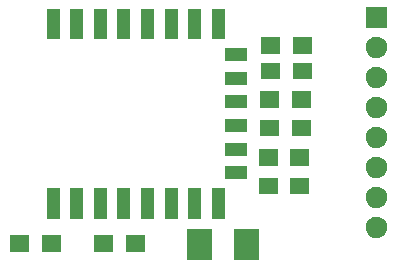
<source format=gbr>
G04 #@! TF.GenerationSoftware,KiCad,Pcbnew,(5.1.6)-1*
G04 #@! TF.CreationDate,2020-06-28T11:06:12-07:00*
G04 #@! TF.ProjectId,OGA_wifi,4f47415f-7769-4666-992e-6b696361645f,rev?*
G04 #@! TF.SameCoordinates,Original*
G04 #@! TF.FileFunction,Soldermask,Top*
G04 #@! TF.FilePolarity,Negative*
%FSLAX46Y46*%
G04 Gerber Fmt 4.6, Leading zero omitted, Abs format (unit mm)*
G04 Created by KiCad (PCBNEW (5.1.6)-1) date 2020-06-28 11:06:12*
%MOMM*%
%LPD*%
G01*
G04 APERTURE LIST*
%ADD10C,0.100000*%
G04 APERTURE END LIST*
D10*
G36*
X136216600Y-129786900D02*
G01*
X134114600Y-129786900D01*
X134114600Y-127184900D01*
X136216600Y-127184900D01*
X136216600Y-129786900D01*
G37*
G36*
X132216600Y-129786900D02*
G01*
X130114600Y-129786900D01*
X130114600Y-127184900D01*
X132216600Y-127184900D01*
X132216600Y-129786900D01*
G37*
G36*
X123876700Y-129110700D02*
G01*
X122274700Y-129110700D01*
X122274700Y-127708700D01*
X123876700Y-127708700D01*
X123876700Y-129110700D01*
G37*
G36*
X119457100Y-129110700D02*
G01*
X117855100Y-129110700D01*
X117855100Y-127708700D01*
X119457100Y-127708700D01*
X119457100Y-129110700D01*
G37*
G36*
X116757100Y-129110700D02*
G01*
X115155100Y-129110700D01*
X115155100Y-127708700D01*
X116757100Y-127708700D01*
X116757100Y-129110700D01*
G37*
G36*
X126576700Y-129110700D02*
G01*
X124974700Y-129110700D01*
X124974700Y-127708700D01*
X126576700Y-127708700D01*
X126576700Y-129110700D01*
G37*
G36*
X146277812Y-126116627D02*
G01*
X146427112Y-126146324D01*
X146591084Y-126214244D01*
X146738654Y-126312847D01*
X146864153Y-126438346D01*
X146962756Y-126585916D01*
X147030676Y-126749888D01*
X147065300Y-126923959D01*
X147065300Y-127101441D01*
X147030676Y-127275512D01*
X146962756Y-127439484D01*
X146864153Y-127587054D01*
X146738654Y-127712553D01*
X146591084Y-127811156D01*
X146427112Y-127879076D01*
X146277812Y-127908773D01*
X146253042Y-127913700D01*
X146075558Y-127913700D01*
X146050788Y-127908773D01*
X145901488Y-127879076D01*
X145737516Y-127811156D01*
X145589946Y-127712553D01*
X145464447Y-127587054D01*
X145365844Y-127439484D01*
X145297924Y-127275512D01*
X145263300Y-127101441D01*
X145263300Y-126923959D01*
X145297924Y-126749888D01*
X145365844Y-126585916D01*
X145464447Y-126438346D01*
X145589946Y-126312847D01*
X145737516Y-126214244D01*
X145901488Y-126146324D01*
X146050788Y-126116627D01*
X146075558Y-126111700D01*
X146253042Y-126111700D01*
X146277812Y-126116627D01*
G37*
G36*
X131351000Y-126301000D02*
G01*
X130249000Y-126301000D01*
X130249000Y-123699000D01*
X131351000Y-123699000D01*
X131351000Y-126301000D01*
G37*
G36*
X133351000Y-126301000D02*
G01*
X132249000Y-126301000D01*
X132249000Y-123699000D01*
X133351000Y-123699000D01*
X133351000Y-126301000D01*
G37*
G36*
X127351000Y-126301000D02*
G01*
X126249000Y-126301000D01*
X126249000Y-123699000D01*
X127351000Y-123699000D01*
X127351000Y-126301000D01*
G37*
G36*
X125351000Y-126301000D02*
G01*
X124249000Y-126301000D01*
X124249000Y-123699000D01*
X125351000Y-123699000D01*
X125351000Y-126301000D01*
G37*
G36*
X123351000Y-126301000D02*
G01*
X122249000Y-126301000D01*
X122249000Y-123699000D01*
X123351000Y-123699000D01*
X123351000Y-126301000D01*
G37*
G36*
X121351000Y-126301000D02*
G01*
X120249000Y-126301000D01*
X120249000Y-123699000D01*
X121351000Y-123699000D01*
X121351000Y-126301000D01*
G37*
G36*
X119351000Y-126301000D02*
G01*
X118249000Y-126301000D01*
X118249000Y-123699000D01*
X119351000Y-123699000D01*
X119351000Y-126301000D01*
G37*
G36*
X129351000Y-126301000D02*
G01*
X128249000Y-126301000D01*
X128249000Y-123699000D01*
X129351000Y-123699000D01*
X129351000Y-126301000D01*
G37*
G36*
X146277812Y-123576627D02*
G01*
X146427112Y-123606324D01*
X146591084Y-123674244D01*
X146738654Y-123772847D01*
X146864153Y-123898346D01*
X146962756Y-124045916D01*
X147030676Y-124209888D01*
X147065300Y-124383959D01*
X147065300Y-124561441D01*
X147030676Y-124735512D01*
X146962756Y-124899484D01*
X146864153Y-125047054D01*
X146738654Y-125172553D01*
X146591084Y-125271156D01*
X146427112Y-125339076D01*
X146277812Y-125368773D01*
X146253042Y-125373700D01*
X146075558Y-125373700D01*
X146050788Y-125368773D01*
X145901488Y-125339076D01*
X145737516Y-125271156D01*
X145589946Y-125172553D01*
X145464447Y-125047054D01*
X145365844Y-124899484D01*
X145297924Y-124735512D01*
X145263300Y-124561441D01*
X145263300Y-124383959D01*
X145297924Y-124209888D01*
X145365844Y-124045916D01*
X145464447Y-123898346D01*
X145589946Y-123772847D01*
X145737516Y-123674244D01*
X145901488Y-123606324D01*
X146050788Y-123576627D01*
X146075558Y-123571700D01*
X146253042Y-123571700D01*
X146277812Y-123576627D01*
G37*
G36*
X140501000Y-124201000D02*
G01*
X138899000Y-124201000D01*
X138899000Y-122799000D01*
X140501000Y-122799000D01*
X140501000Y-124201000D01*
G37*
G36*
X137801000Y-124201000D02*
G01*
X136199000Y-124201000D01*
X136199000Y-122799000D01*
X137801000Y-122799000D01*
X137801000Y-124201000D01*
G37*
G36*
X135251000Y-122951000D02*
G01*
X133349000Y-122951000D01*
X133349000Y-121849000D01*
X135251000Y-121849000D01*
X135251000Y-122951000D01*
G37*
G36*
X146277812Y-121036627D02*
G01*
X146427112Y-121066324D01*
X146591084Y-121134244D01*
X146738654Y-121232847D01*
X146864153Y-121358346D01*
X146962756Y-121505916D01*
X147030676Y-121669888D01*
X147065300Y-121843959D01*
X147065300Y-122021441D01*
X147030676Y-122195512D01*
X146962756Y-122359484D01*
X146864153Y-122507054D01*
X146738654Y-122632553D01*
X146591084Y-122731156D01*
X146427112Y-122799076D01*
X146277812Y-122828773D01*
X146253042Y-122833700D01*
X146075558Y-122833700D01*
X146050788Y-122828773D01*
X145901488Y-122799076D01*
X145737516Y-122731156D01*
X145589946Y-122632553D01*
X145464447Y-122507054D01*
X145365844Y-122359484D01*
X145297924Y-122195512D01*
X145263300Y-122021441D01*
X145263300Y-121843959D01*
X145297924Y-121669888D01*
X145365844Y-121505916D01*
X145464447Y-121358346D01*
X145589946Y-121232847D01*
X145737516Y-121134244D01*
X145901488Y-121066324D01*
X146050788Y-121036627D01*
X146075558Y-121031700D01*
X146253042Y-121031700D01*
X146277812Y-121036627D01*
G37*
G36*
X137801000Y-121801000D02*
G01*
X136199000Y-121801000D01*
X136199000Y-120399000D01*
X137801000Y-120399000D01*
X137801000Y-121801000D01*
G37*
G36*
X140501000Y-121801000D02*
G01*
X138899000Y-121801000D01*
X138899000Y-120399000D01*
X140501000Y-120399000D01*
X140501000Y-121801000D01*
G37*
G36*
X135251000Y-120951000D02*
G01*
X133349000Y-120951000D01*
X133349000Y-119849000D01*
X135251000Y-119849000D01*
X135251000Y-120951000D01*
G37*
G36*
X146277812Y-118496627D02*
G01*
X146427112Y-118526324D01*
X146591084Y-118594244D01*
X146738654Y-118692847D01*
X146864153Y-118818346D01*
X146962756Y-118965916D01*
X147030676Y-119129888D01*
X147060373Y-119279188D01*
X147064712Y-119301000D01*
X147065300Y-119303959D01*
X147065300Y-119481441D01*
X147030676Y-119655512D01*
X146962756Y-119819484D01*
X146864153Y-119967054D01*
X146738654Y-120092553D01*
X146591084Y-120191156D01*
X146427112Y-120259076D01*
X146277812Y-120288773D01*
X146253042Y-120293700D01*
X146075558Y-120293700D01*
X146050788Y-120288773D01*
X145901488Y-120259076D01*
X145737516Y-120191156D01*
X145589946Y-120092553D01*
X145464447Y-119967054D01*
X145365844Y-119819484D01*
X145297924Y-119655512D01*
X145263300Y-119481441D01*
X145263300Y-119303959D01*
X145263889Y-119301000D01*
X145268227Y-119279188D01*
X145297924Y-119129888D01*
X145365844Y-118965916D01*
X145464447Y-118818346D01*
X145589946Y-118692847D01*
X145737516Y-118594244D01*
X145901488Y-118526324D01*
X146050788Y-118496627D01*
X146075558Y-118491700D01*
X146253042Y-118491700D01*
X146277812Y-118496627D01*
G37*
G36*
X137901000Y-119301000D02*
G01*
X136299000Y-119301000D01*
X136299000Y-117899000D01*
X137901000Y-117899000D01*
X137901000Y-119301000D01*
G37*
G36*
X140601000Y-119301000D02*
G01*
X138999000Y-119301000D01*
X138999000Y-117899000D01*
X140601000Y-117899000D01*
X140601000Y-119301000D01*
G37*
G36*
X135251000Y-118951000D02*
G01*
X133349000Y-118951000D01*
X133349000Y-117849000D01*
X135251000Y-117849000D01*
X135251000Y-118951000D01*
G37*
G36*
X146277812Y-115956627D02*
G01*
X146427112Y-115986324D01*
X146591084Y-116054244D01*
X146738654Y-116152847D01*
X146864153Y-116278346D01*
X146962756Y-116425916D01*
X147030676Y-116589888D01*
X147065300Y-116763959D01*
X147065300Y-116941441D01*
X147030676Y-117115512D01*
X146962756Y-117279484D01*
X146864153Y-117427054D01*
X146738654Y-117552553D01*
X146591084Y-117651156D01*
X146427112Y-117719076D01*
X146277812Y-117748773D01*
X146253042Y-117753700D01*
X146075558Y-117753700D01*
X146050788Y-117748773D01*
X145901488Y-117719076D01*
X145737516Y-117651156D01*
X145589946Y-117552553D01*
X145464447Y-117427054D01*
X145365844Y-117279484D01*
X145297924Y-117115512D01*
X145263300Y-116941441D01*
X145263300Y-116763959D01*
X145297924Y-116589888D01*
X145365844Y-116425916D01*
X145464447Y-116278346D01*
X145589946Y-116152847D01*
X145737516Y-116054244D01*
X145901488Y-115986324D01*
X146050788Y-115956627D01*
X146075558Y-115951700D01*
X146253042Y-115951700D01*
X146277812Y-115956627D01*
G37*
G36*
X135251000Y-116951000D02*
G01*
X133349000Y-116951000D01*
X133349000Y-115849000D01*
X135251000Y-115849000D01*
X135251000Y-116951000D01*
G37*
G36*
X137951000Y-116901000D02*
G01*
X136349000Y-116901000D01*
X136349000Y-115499000D01*
X137951000Y-115499000D01*
X137951000Y-116901000D01*
G37*
G36*
X140651000Y-116901000D02*
G01*
X139049000Y-116901000D01*
X139049000Y-115499000D01*
X140651000Y-115499000D01*
X140651000Y-116901000D01*
G37*
G36*
X146277812Y-113416627D02*
G01*
X146427112Y-113446324D01*
X146591084Y-113514244D01*
X146738654Y-113612847D01*
X146864153Y-113738346D01*
X146962756Y-113885916D01*
X147030676Y-114049888D01*
X147065300Y-114223959D01*
X147065300Y-114401441D01*
X147030676Y-114575512D01*
X146962756Y-114739484D01*
X146864153Y-114887054D01*
X146738654Y-115012553D01*
X146591084Y-115111156D01*
X146427112Y-115179076D01*
X146277812Y-115208773D01*
X146253042Y-115213700D01*
X146075558Y-115213700D01*
X146050788Y-115208773D01*
X145901488Y-115179076D01*
X145737516Y-115111156D01*
X145589946Y-115012553D01*
X145464447Y-114887054D01*
X145365844Y-114739484D01*
X145297924Y-114575512D01*
X145263300Y-114401441D01*
X145263300Y-114223959D01*
X145297924Y-114049888D01*
X145365844Y-113885916D01*
X145464447Y-113738346D01*
X145589946Y-113612847D01*
X145737516Y-113514244D01*
X145901488Y-113446324D01*
X146050788Y-113416627D01*
X146075558Y-113411700D01*
X146253042Y-113411700D01*
X146277812Y-113416627D01*
G37*
G36*
X135251000Y-114951000D02*
G01*
X133349000Y-114951000D01*
X133349000Y-113849000D01*
X135251000Y-113849000D01*
X135251000Y-114951000D01*
G37*
G36*
X140701000Y-114501000D02*
G01*
X139099000Y-114501000D01*
X139099000Y-113099000D01*
X140701000Y-113099000D01*
X140701000Y-114501000D01*
G37*
G36*
X138001000Y-114501000D02*
G01*
X136399000Y-114501000D01*
X136399000Y-113099000D01*
X138001000Y-113099000D01*
X138001000Y-114501000D01*
G37*
G36*
X135251000Y-112951000D02*
G01*
X133349000Y-112951000D01*
X133349000Y-111849000D01*
X135251000Y-111849000D01*
X135251000Y-112951000D01*
G37*
G36*
X146277812Y-110876627D02*
G01*
X146427112Y-110906324D01*
X146591084Y-110974244D01*
X146738654Y-111072847D01*
X146864153Y-111198346D01*
X146962756Y-111345916D01*
X147030676Y-111509888D01*
X147065300Y-111683959D01*
X147065300Y-111861441D01*
X147030676Y-112035512D01*
X146962756Y-112199484D01*
X146864153Y-112347054D01*
X146738654Y-112472553D01*
X146591084Y-112571156D01*
X146427112Y-112639076D01*
X146277812Y-112668773D01*
X146253042Y-112673700D01*
X146075558Y-112673700D01*
X146050788Y-112668773D01*
X145901488Y-112639076D01*
X145737516Y-112571156D01*
X145589946Y-112472553D01*
X145464447Y-112347054D01*
X145365844Y-112199484D01*
X145297924Y-112035512D01*
X145263300Y-111861441D01*
X145263300Y-111683959D01*
X145297924Y-111509888D01*
X145365844Y-111345916D01*
X145464447Y-111198346D01*
X145589946Y-111072847D01*
X145737516Y-110974244D01*
X145901488Y-110906324D01*
X146050788Y-110876627D01*
X146075558Y-110871700D01*
X146253042Y-110871700D01*
X146277812Y-110876627D01*
G37*
G36*
X140701000Y-112301000D02*
G01*
X139099000Y-112301000D01*
X139099000Y-110899000D01*
X140701000Y-110899000D01*
X140701000Y-112301000D01*
G37*
G36*
X138001000Y-112301000D02*
G01*
X136399000Y-112301000D01*
X136399000Y-110899000D01*
X138001000Y-110899000D01*
X138001000Y-112301000D01*
G37*
G36*
X119351000Y-111101000D02*
G01*
X118249000Y-111101000D01*
X118249000Y-108499000D01*
X119351000Y-108499000D01*
X119351000Y-111101000D01*
G37*
G36*
X133351000Y-111101000D02*
G01*
X132249000Y-111101000D01*
X132249000Y-108499000D01*
X133351000Y-108499000D01*
X133351000Y-111101000D01*
G37*
G36*
X131351000Y-111101000D02*
G01*
X130249000Y-111101000D01*
X130249000Y-108499000D01*
X131351000Y-108499000D01*
X131351000Y-111101000D01*
G37*
G36*
X129351000Y-111101000D02*
G01*
X128249000Y-111101000D01*
X128249000Y-108499000D01*
X129351000Y-108499000D01*
X129351000Y-111101000D01*
G37*
G36*
X127351000Y-111101000D02*
G01*
X126249000Y-111101000D01*
X126249000Y-108499000D01*
X127351000Y-108499000D01*
X127351000Y-111101000D01*
G37*
G36*
X125351000Y-111101000D02*
G01*
X124249000Y-111101000D01*
X124249000Y-108499000D01*
X125351000Y-108499000D01*
X125351000Y-111101000D01*
G37*
G36*
X123351000Y-111101000D02*
G01*
X122249000Y-111101000D01*
X122249000Y-108499000D01*
X123351000Y-108499000D01*
X123351000Y-111101000D01*
G37*
G36*
X121351000Y-111101000D02*
G01*
X120249000Y-111101000D01*
X120249000Y-108499000D01*
X121351000Y-108499000D01*
X121351000Y-111101000D01*
G37*
G36*
X147065300Y-110133700D02*
G01*
X145263300Y-110133700D01*
X145263300Y-108331700D01*
X147065300Y-108331700D01*
X147065300Y-110133700D01*
G37*
M02*

</source>
